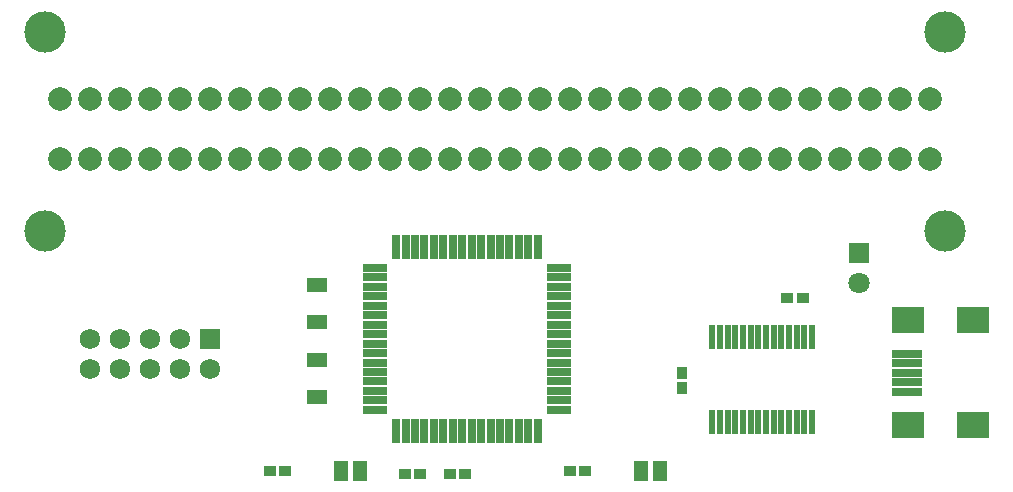
<source format=gbr>
G04 DipTrace 2.4.0.2*
%INTopMask.gbr*%
%MOIN*%
%ADD33C,0.1378*%
%ADD37R,0.0276X0.0787*%
%ADD39R,0.0787X0.0276*%
%ADD41R,0.0236X0.0787*%
%ADD43R,0.0669X0.0472*%
%ADD45R,0.0679X0.0679*%
%ADD47C,0.0679*%
%ADD49R,0.1063X0.0866*%
%ADD51R,0.0984X0.0276*%
%ADD53C,0.0787*%
%ADD55R,0.0472X0.065*%
%ADD57C,0.0709*%
%ADD59R,0.0709X0.0709*%
%ADD61R,0.0354X0.0433*%
%ADD63R,0.0433X0.0354*%
%FSLAX44Y44*%
G04*
G70*
G90*
G75*
G01*
%LNTopMask*%
%LPD*%
D63*
X30699Y10187D3*
X30187D3*
X18937Y4312D3*
X19449D3*
D61*
X26687Y7187D3*
Y7699D3*
D59*
X32562Y11687D3*
D57*
Y10687D3*
D55*
X15307Y4437D3*
X15937D3*
X25307D3*
X25937D3*
D33*
X35437Y19062D3*
Y12437D3*
X5437Y19062D3*
Y12437D3*
D53*
X34937Y16812D3*
Y14812D3*
X33937Y16812D3*
Y14812D3*
X29937Y16812D3*
Y14812D3*
X28937Y16812D3*
Y14812D3*
X27937Y16812D3*
Y14812D3*
X24937D3*
Y16812D3*
X23937D3*
Y14812D3*
X19937D3*
X18937D3*
X17937D3*
X16937D3*
X15937D3*
X5937D3*
X6937D3*
X7937D3*
X8937D3*
X9937D3*
X10937D3*
X11937D3*
X12937D3*
X13937D3*
X14937D3*
X19937Y16812D3*
X18937D3*
X17937D3*
X16937D3*
X15937D3*
X14937D3*
X13937D3*
X12937D3*
X11937D3*
X10937D3*
X9937D3*
X8937D3*
X7937D3*
X6937D3*
X5937D3*
X20937Y14812D3*
Y16812D3*
X21937D3*
Y14812D3*
X22937Y16812D3*
Y14812D3*
X25937D3*
Y16812D3*
X26937D3*
Y14812D3*
X30937D3*
Y16812D3*
X31937Y14812D3*
Y16812D3*
X32937Y14812D3*
Y16812D3*
D51*
X34187Y7062D3*
Y7377D3*
Y7692D3*
Y8007D3*
Y8322D3*
D49*
X34226Y5940D3*
Y9444D3*
X36392Y5940D3*
Y9444D3*
D47*
X6937Y7812D3*
Y8812D3*
X7937D3*
Y7812D3*
X8937Y8812D3*
Y7812D3*
X9937Y8812D3*
Y7812D3*
X10937D3*
D45*
Y8812D3*
D43*
X14500Y6875D3*
Y10625D3*
Y9375D3*
Y8125D3*
D63*
X12937Y4437D3*
X13449D3*
X22937D3*
X23449D3*
X17437Y4312D3*
X17949D3*
D41*
X27687Y6062D3*
X27943D3*
X28199D3*
X28455D3*
X28711D3*
X28967D3*
X29222D3*
X29478D3*
X29734D3*
X29990D3*
X30246D3*
X30502D3*
X30758D3*
X31014D3*
Y8897D3*
X30758D3*
X30502D3*
X30246D3*
X29990D3*
X29734D3*
X29478D3*
X29222D3*
X28967D3*
X28711D3*
X28455D3*
X28199D3*
X27943D3*
X27687D3*
D39*
X16437Y11187D3*
Y10872D3*
Y10557D3*
Y10242D3*
Y9927D3*
Y9612D3*
Y9297D3*
Y8982D3*
Y8667D3*
Y8352D3*
Y8037D3*
Y7722D3*
Y7407D3*
Y7093D3*
Y6778D3*
Y6463D3*
D37*
X17146Y5754D3*
X17461D3*
X17776D3*
X18091D3*
X18406D3*
X18720D3*
X19035D3*
X19350D3*
X19665D3*
X19980D3*
X20295D3*
X20610D3*
X20925D3*
X21240D3*
X21555D3*
X21870D3*
D39*
X22579Y6463D3*
Y6778D3*
Y7093D3*
Y7407D3*
Y7722D3*
Y8037D3*
Y8352D3*
Y8667D3*
Y8982D3*
Y9297D3*
Y9612D3*
Y9927D3*
Y10242D3*
Y10557D3*
Y10872D3*
Y11187D3*
D37*
X21870Y11896D3*
X21555D3*
X21240D3*
X20925D3*
X20610D3*
X20295D3*
X19980D3*
X19665D3*
X19350D3*
X19035D3*
X18720D3*
X18406D3*
X18091D3*
X17776D3*
X17461D3*
X17146D3*
M02*

</source>
